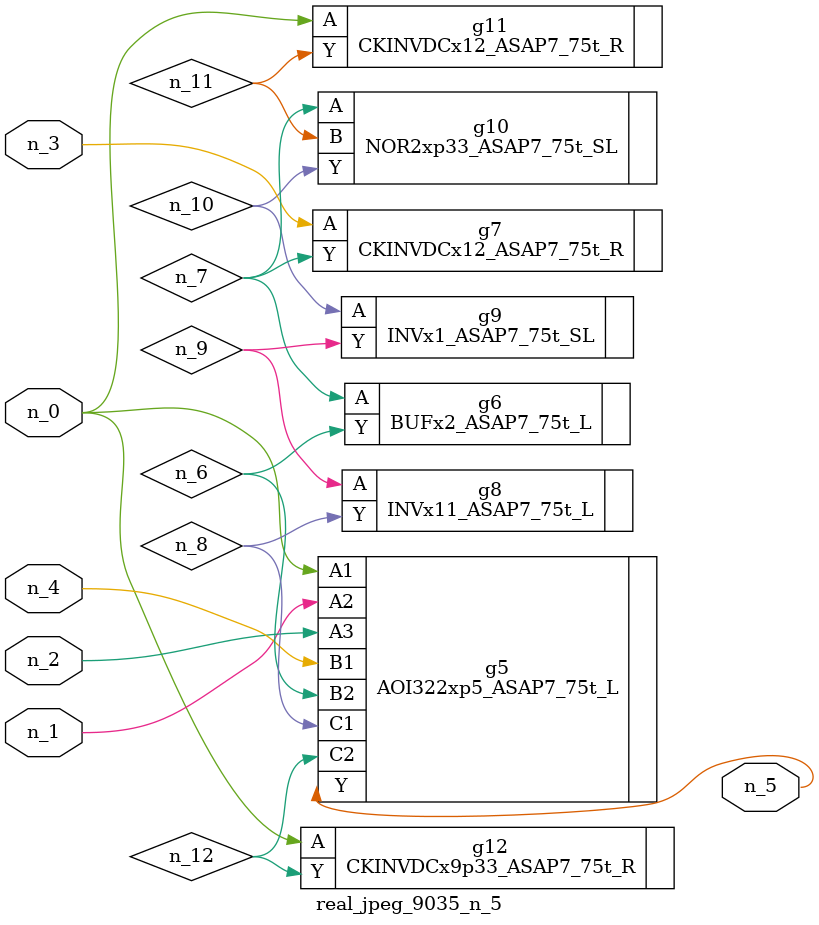
<source format=v>
module real_jpeg_9035_n_5 (n_4, n_0, n_1, n_2, n_3, n_5);

input n_4;
input n_0;
input n_1;
input n_2;
input n_3;

output n_5;

wire n_12;
wire n_8;
wire n_11;
wire n_6;
wire n_7;
wire n_10;
wire n_9;

AOI322xp5_ASAP7_75t_L g5 ( 
.A1(n_0),
.A2(n_1),
.A3(n_2),
.B1(n_4),
.B2(n_6),
.C1(n_8),
.C2(n_12),
.Y(n_5)
);

CKINVDCx12_ASAP7_75t_R g11 ( 
.A(n_0),
.Y(n_11)
);

CKINVDCx9p33_ASAP7_75t_R g12 ( 
.A(n_0),
.Y(n_12)
);

CKINVDCx12_ASAP7_75t_R g7 ( 
.A(n_3),
.Y(n_7)
);

BUFx2_ASAP7_75t_L g6 ( 
.A(n_7),
.Y(n_6)
);

NOR2xp33_ASAP7_75t_SL g10 ( 
.A(n_7),
.B(n_11),
.Y(n_10)
);

INVx11_ASAP7_75t_L g8 ( 
.A(n_9),
.Y(n_8)
);

INVx1_ASAP7_75t_SL g9 ( 
.A(n_10),
.Y(n_9)
);


endmodule
</source>
